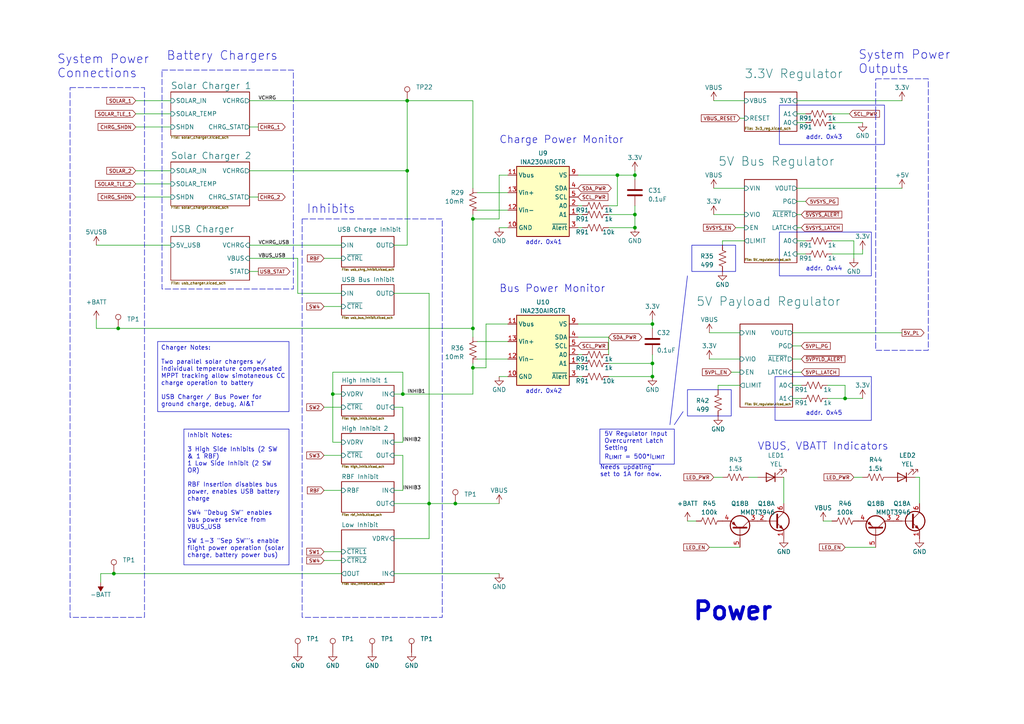
<source format=kicad_sch>
(kicad_sch (version 20230121) (generator eeschema)
  (paper "A4")
  (title_block (title "PyCubed Mainboard") (date "2021-06-09") (rev "v05c") (company "Sierra Lobo INC."))
  (junction (at 137.16 95.25))
  (junction (at 137.16 106.68))
  (junction (at 34.29 95.25))
  (junction (at 33.02 166.37))
  (junction (at 179.07 50.8))
  (junction (at 118.11 49.53))
  (junction (at 184.15 50.8))
  (junction (at 96.52 114.3))
  (junction (at 116.84 114.3))
  (junction (at 124.46 146.05))
  (junction (at 137.16 63.5))
  (junction (at 132.08 146.05))
  (junction (at 184.15 62.23))
  (junction (at 189.23 109.22))
  (junction (at 245.11 115.57))
  (junction (at 189.23 105.41))
  (junction (at 118.11 29.21))
  (junction (at 184.15 66.04))
  (junction (at 189.23 93.98))
  (wire (pts (xy 184.15 62.23) (xy 184.15 59.69)))
  (wire (pts (xy 168.91 62.23) (xy 167.64 62.23)))
  (wire (pts (xy 231.14 54.61) (xy 261.62 54.61)))
  (wire (pts (xy 137.16 62.23) (xy 137.16 63.5)))
  (wire (pts (xy 72.39 29.21) (xy 118.11 29.21)))
  (wire (pts (xy 118.11 29.21) (xy 118.11 49.53)))
  (wire (pts (xy 168.91 59.69) (xy 167.64 59.69)))
  (wire (pts (xy 86.36 85.09) (xy 86.36 74.93)))
  (wire (pts (xy 208.28 113.03) (xy 208.28 111.76)))
  (wire (pts (xy 138.43 60.96) (xy 147.32 60.96)))
  (wire (pts (xy 93.98 132.08) (xy 99.06 132.08)))
  (wire (pts (xy 265.43 138.43) (xy 266.7 138.43)))
  (wire (pts (xy 137.16 106.68) (xy 137.16 114.3)))
  (wire (pts (xy 233.68 69.85) (xy 231.14 69.85)))
  (wire (pts (xy 233.68 35.56) (xy 231.14 35.56)))
  (wire (pts (xy 93.98 88.9) (xy 99.06 88.9)))
  (polyline (pts (xy 195.58 123.19) (xy 198.12 119.38)))
  (wire (pts (xy 114.3 71.12) (xy 118.11 71.12)))
  (wire (pts (xy 72.39 36.83) (xy 74.93 36.83)))
  (wire (pts (xy 189.23 105.41) (xy 189.23 109.22)))
  (wire (pts (xy 247.65 138.43) (xy 250.19 138.43)))
  (wire (pts (xy 233.68 33.02) (xy 231.14 33.02)))
  (wire (pts (xy 209.55 69.85) (xy 209.55 71.12)))
  (wire (pts (xy 184.15 50.8) (xy 184.15 52.07)))
  (wire (pts (xy 184.15 50.8) (xy 179.07 50.8)))
  (wire (pts (xy 176.53 62.23) (xy 184.15 62.23)))
  (polyline (pts (xy 194.31 123.19) (xy 199.39 80.01)))
  (wire (pts (xy 27.94 95.25) (xy 34.29 95.25)))
  (wire (pts (xy 147.32 93.98) (xy 140.97 93.98)))
  (wire (pts (xy 96.52 114.3) (xy 96.52 107.95)))
  (wire (pts (xy 93.98 160.02) (xy 99.06 160.02)))
  (wire (pts (xy 99.06 85.09) (xy 86.36 85.09)))
  (wire (pts (xy 205.74 158.75) (xy 214.63 158.75)))
  (wire (pts (xy 116.84 128.27) (xy 114.3 128.27)))
  (wire (pts (xy 72.39 78.74) (xy 74.93 78.74)))
  (wire (pts (xy 29.21 166.37) (xy 29.21 168.91)))
  (wire (pts (xy 144.78 66.04) (xy 147.32 66.04)))
  (wire (pts (xy 214.63 34.29) (xy 215.9 34.29)))
  (wire (pts (xy 116.84 107.95) (xy 116.84 114.3)))
  (wire (pts (xy 217.17 138.43) (xy 219.71 138.43)))
  (wire (pts (xy 116.84 142.24) (xy 114.3 142.24)))
  (wire (pts (xy 93.98 118.11) (xy 99.06 118.11)))
  (wire (pts (xy 245.11 115.57) (xy 245.11 111.76)))
  (wire (pts (xy 199.39 151.13) (xy 201.93 151.13)))
  (wire (pts (xy 246.38 33.02) (xy 241.3 33.02)))
  (wire (pts (xy 167.64 50.8) (xy 179.07 50.8)))
  (wire (pts (xy 72.39 57.15) (xy 74.93 57.15)))
  (wire (pts (xy 116.84 118.11) (xy 116.84 128.27)))
  (wire (pts (xy 93.98 74.93) (xy 99.06 74.93)))
  (wire (pts (xy 114.3 156.21) (xy 124.46 156.21)))
  (wire (pts (xy 114.3 114.3) (xy 116.84 114.3)))
  (wire (pts (xy 245.11 158.75) (xy 254 158.75)))
  (wire (pts (xy 39.37 57.15) (xy 49.53 57.15)))
  (wire (pts (xy 39.37 49.53) (xy 49.53 49.53)))
  (wire (pts (xy 137.16 95.25) (xy 137.16 97.79)))
  (wire (pts (xy 240.03 111.76) (xy 245.11 111.76)))
  (wire (pts (xy 34.29 95.25) (xy 137.16 95.25)))
  (wire (pts (xy 231.14 73.66) (xy 233.68 73.66)))
  (wire (pts (xy 72.39 71.12) (xy 99.06 71.12)))
  (wire (pts (xy 189.23 92.71) (xy 189.23 93.98)))
  (wire (pts (xy 266.7 138.43) (xy 266.7 146.05)))
  (wire (pts (xy 231.14 29.21) (xy 261.62 29.21)))
  (wire (pts (xy 144.78 50.8) (xy 144.78 63.5)))
  (wire (pts (xy 96.52 107.95) (xy 116.84 107.95)))
  (wire (pts (xy 140.97 93.98) (xy 140.97 106.68)))
  (wire (pts (xy 33.02 166.37) (xy 29.21 166.37)))
  (wire (pts (xy 250.19 72.39) (xy 250.19 73.66)))
  (wire (pts (xy 138.43 99.06) (xy 147.32 99.06)))
  (wire (pts (xy 205.74 104.14) (xy 214.63 104.14)))
  (wire (pts (xy 176.53 97.79) (xy 167.64 97.79)))
  (wire (pts (xy 93.98 142.24) (xy 99.06 142.24)))
  (wire (pts (xy 176.53 109.22) (xy 189.23 109.22)))
  (wire (pts (xy 229.87 111.76) (xy 232.41 111.76)))
  (wire (pts (xy 212.09 107.95) (xy 214.63 107.95)))
  (wire (pts (xy 168.91 102.87) (xy 167.64 102.87)))
  (wire (pts (xy 116.84 114.3) (xy 137.16 114.3)))
  (wire (pts (xy 114.3 166.37) (xy 144.78 166.37)))
  (wire (pts (xy 27.94 71.12) (xy 49.53 71.12)))
  (wire (pts (xy 231.14 58.42) (xy 233.68 58.42)))
  (wire (pts (xy 229.87 107.95) (xy 232.41 107.95)))
  (wire (pts (xy 231.14 66.04) (xy 232.41 66.04)))
  (wire (pts (xy 168.91 109.22) (xy 167.64 109.22)))
  (wire (pts (xy 168.91 105.41) (xy 167.64 105.41)))
  (wire (pts (xy 247.65 69.85) (xy 247.65 74.93)))
  (wire (pts (xy 27.94 95.25) (xy 27.94 92.71)))
  (wire (pts (xy 118.11 49.53) (xy 118.11 71.12)))
  (wire (pts (xy 179.07 59.69) (xy 179.07 50.8)))
  (wire (pts (xy 240.03 115.57) (xy 245.11 115.57)))
  (wire (pts (xy 147.32 50.8) (xy 144.78 50.8)))
  (wire (pts (xy 213.36 66.04) (xy 215.9 66.04)))
  (wire (pts (xy 208.28 111.76) (xy 214.63 111.76)))
  (wire (pts (xy 114.3 85.09) (xy 124.46 85.09)))
  (wire (pts (xy 231.14 62.23) (xy 232.41 62.23)))
  (wire (pts (xy 96.52 128.27) (xy 99.06 128.27)))
  (wire (pts (xy 207.01 138.43) (xy 209.55 138.43)))
  (wire (pts (xy 184.15 66.04) (xy 184.15 62.23)))
  (wire (pts (xy 138.43 104.14) (xy 147.32 104.14)))
  (wire (pts (xy 137.16 105.41) (xy 137.16 106.68)))
  (wire (pts (xy 39.37 36.83) (xy 49.53 36.83)))
  (wire (pts (xy 124.46 146.05) (xy 124.46 156.21)))
  (wire (pts (xy 137.16 106.68) (xy 140.97 106.68)))
  (wire (pts (xy 167.64 93.98) (xy 189.23 93.98)))
  (wire (pts (xy 184.15 49.53) (xy 184.15 50.8)))
  (wire (pts (xy 167.64 66.04) (xy 168.91 66.04)))
  (wire (pts (xy 205.74 96.52) (xy 214.63 96.52)))
  (wire (pts (xy 241.3 69.85) (xy 247.65 69.85)))
  (wire (pts (xy 229.87 96.52) (xy 261.62 96.52)))
  (wire (pts (xy 138.43 55.88) (xy 147.32 55.88)))
  (wire (pts (xy 96.52 114.3) (xy 96.52 128.27)))
  (wire (pts (xy 39.37 33.02) (xy 49.53 33.02)))
  (wire (pts (xy 124.46 85.09) (xy 124.46 146.05)))
  (wire (pts (xy 39.37 53.34) (xy 49.53 53.34)))
  (wire (pts (xy 114.3 118.11) (xy 116.84 118.11)))
  (wire (pts (xy 245.11 115.57) (xy 250.19 115.57)))
  (wire (pts (xy 241.3 35.56) (xy 250.19 35.56)))
  (wire (pts (xy 229.87 104.14) (xy 232.41 104.14)))
  (wire (pts (xy 176.53 105.41) (xy 189.23 105.41)))
  (wire (pts (xy 189.23 93.98) (xy 189.23 95.25)))
  (wire (pts (xy 33.02 166.37) (xy 99.06 166.37)))
  (wire (pts (xy 137.16 29.21) (xy 137.16 54.61)))
  (wire (pts (xy 93.98 162.56) (xy 99.06 162.56)))
  (wire (pts (xy 144.78 109.22) (xy 147.32 109.22)))
  (wire (pts (xy 137.16 63.5) (xy 144.78 63.5)))
  (wire (pts (xy 207.01 54.61) (xy 215.9 54.61)))
  (wire (pts (xy 209.55 69.85) (xy 215.9 69.85)))
  (wire (pts (xy 229.87 100.33) (xy 232.41 100.33)))
  (wire (pts (xy 207.01 29.21) (xy 215.9 29.21)))
  (wire (pts (xy 176.53 59.69) (xy 179.07 59.69)))
  (wire (pts (xy 137.16 63.5) (xy 137.16 95.25)))
  (wire (pts (xy 118.11 29.21) (xy 137.16 29.21)))
  (wire (pts (xy 114.3 132.08) (xy 116.84 132.08)))
  (wire (pts (xy 176.53 97.79) (xy 176.53 102.87)))
  (wire (pts (xy 114.3 146.05) (xy 124.46 146.05)))
  (wire (pts (xy 96.52 114.3) (xy 99.06 114.3)))
  (wire (pts (xy 124.46 146.05) (xy 132.08 146.05)))
  (wire (pts (xy 189.23 105.41) (xy 189.23 102.87)))
  (wire (pts (xy 72.39 74.93) (xy 86.36 74.93)))
  (wire (pts (xy 176.53 66.04) (xy 184.15 66.04)))
  (wire (pts (xy 227.33 138.43) (xy 227.33 146.05)))
  (wire (pts (xy 241.3 73.66) (xy 250.19 73.66)))
  (wire (pts (xy 72.39 49.53) (xy 118.11 49.53)))
  (wire (pts (xy 39.37 29.21) (xy 49.53 29.21)))
  (wire (pts (xy 132.08 146.05) (xy 144.78 146.05)))
  (wire (pts (xy 238.76 151.13) (xy 241.3 151.13)))
  (wire (pts (xy 229.87 115.57) (xy 232.41 115.57)))
  (wire (pts (xy 207.01 62.23) (xy 215.9 62.23)))
  (wire (pts (xy 116.84 132.08) (xy 116.84 142.24)))
  (rectangle (start 173.99 124.46) (end 195.58 134.62))
  (rectangle (start 20.32 25.4) (end 41.91 179.07) (stroke (width 0) (type dash)))
  (rectangle (start 87.63 63.5) (end 128.27 179.07) (stroke (width 0) (type dash)))
  (rectangle (start 199.39 113.03) (end 212.09 120.65))
  (rectangle (start 46.99 20.32) (end 85.09 83.82) (stroke (width 0) (type dash)))
  (rectangle (start 254 22.86) (end 269.24 101.6) (stroke (width 0) (type dash)))
  (rectangle (start 200.66 71.12) (end 213.36 78.74))
  (rectangle (start 224.79 109.22) (end 252.73 121.92))
  (rectangle (start 226.06 30.48) (end 256.54 41.91))
  (rectangle (start 226.06 67.31) (end 252.73 80.01))
  (text_box "Charger Notes:\n\nTwo parallel solar chargers w/ individual temperature compensated MPPT tracking allow simotaneous CC charge operation to battery\n\nUSB Charger / Bus Power for ground charge, debug, AI&T" (at 45.72 99.06 0) (size 38.1 20.32) (effects (font (size 1.27 1.27)) (justify left top)))
  (text_box "Inhibit Notes:\n\n3 High Side Inhibits (2 SW & 1 RBF)\n1 Low Side Inhibit (2 SW OR)\n\nRBF Insertion disables bus power, enables USB battery charge\n\nSW4 \"Debug SW\" enables bus power service from VBUS_USB\n\nSW 1-3 \"Sep SW\"'s enable flight power operation (solar charge, battery power bus)" (at 53.34 124.46 0) (size 30.48 39.37) (effects (font (size 1.27 1.27)) (justify left top)))
  (text "System Power \nConnections" (at 16.51 22.86 0) (effects (font (size 2.54 2.54)) (justify left bottom)))
  (text "Bus Power Monitor" (at 144.78 85.09 0) (effects (font (size 2.159 2.159)) (justify left bottom)))
  (text "Inhibits" (at 88.9 62.23 0) (effects (font (size 2.54 2.54)) (justify left bottom)))
  (text "addr. 0x45" (at 233.68 120.65 0) (effects (font (size 1.27 1.27)) (justify left bottom)))
  (text "Needs updating^\nset to 1A for now." (at 173.99 138.43 0) (effects (font (size 1.27 1.27)) (justify left bottom)))
  (text "Power" (at 200.66 180.34 0) (effects (font (size 5.08 5.08) (thickness 1.016) bold) (justify left bottom)))
  (text "addr. 0x42" (at 152.4 114.3 0) (effects (font (size 1.27 1.27)) (justify left bottom)))
  (text "System Power \nOutputs" (at 248.92 21.59 0) (effects (font (size 2.54 2.54)) (justify left bottom)))
  (text "Charge Power Monitor" (at 144.78 41.91 0) (effects (font (size 2.159 2.159)) (justify left bottom)))
  (text "Battery Chargers" (at 48.26 17.78 0) (effects (font (size 2.54 2.54)) (justify left bottom)))
  (text "addr. 0x43" (at 233.68 40.64 0) (effects (font (size 1.27 1.27)) (justify left bottom)))
  (text "5V Regulator Input \nOvercurrent Latch \nSetting" (at 175.26 130.81 0) (effects (font (size 1.27 1.27)) (justify left bottom)))
  (text "R_{LIMIT} = 500*I_{LIMIT}" (at 175.26 133.35 0) (effects (font (size 1.27 1.27)) (justify left bottom)))
  (text "addr. 0x41" (at 152.4 71.12 0) (effects (font (size 1.27 1.27)) (justify left bottom)))
  (text "addr. 0x44" (at 233.68 78.74 0) (effects (font (size 1.27 1.27)) (justify left bottom)))
  (text "VBUS, VBATT Indicators" (at 219.71 130.81 0) (effects (font (size 2.159 2.159)) (justify left bottom)))
  (label "VCHRG" (at 74.93 29.21 0) (effects (font (size 1.016 1.016))))
  (label "INHIB2" (at 116.84 128.27 0) (effects (font (size 1.016 1.016))))
  (label "INHIB3" (at 116.84 142.24 0) (effects (font (size 1.016 1.016))))
  (label "VBUS_USB" (at 74.93 74.93 0) (effects (font (size 1.016 1.016))))
  (label "VCHRG_USB" (at 74.93 71.12 0) (effects (font (size 1.016 1.016))))
  (label "INHIB1" (at 118.11 114.3 0) (effects (font (size 1.016 1.016))))
  (global_label "5VPL_PG" (shape input) (at 232.41 100.33 0) (effects (font (size 1.016 1.016))) (property "Intersheetrefs" "${INTERSHEET_REFS}" (effects hide)))
  (global_label "CHRG_1" (shape output) (at 74.93 36.83 0) (effects (font (size 1.016 1.016))) (property "Intersheetrefs" "${INTERSHEET_REFS}" (effects hide)))
  (global_label "SCL_PWR" (shape input) (at 246.38 33.02 0) (effects (font (size 1.016 1.016))) (property "Intersheetrefs" "${INTERSHEET_REFS}" (effects hide)))
  (global_label "5VPL_LATCH" (shape input) (at 232.41 107.95 0) (effects (font (size 1.016 1.016))) (property "Intersheetrefs" "${INTERSHEET_REFS}" (effects hide)))
  (global_label "RBF" (shape input) (at 93.98 74.93 180) (effects (font (size 1.016 1.016))) (property "Intersheetrefs" "${INTERSHEET_REFS}" (effects hide)))
  (global_label "SW4" (shape input) (at 93.98 88.9 180) (effects (font (size 1.016 1.016))) (property "Intersheetrefs" "${INTERSHEET_REFS}" (effects hide)))
  (global_label "~{5VPYLD_ALERT}" (shape input) (at 232.41 104.14 0) (effects (font (size 1.016 1.016))) (property "Intersheetrefs" "${INTERSHEET_REFS}" (effects hide)))
  (global_label "SOLAR_1" (shape input) (at 39.37 29.21 180) (effects (font (size 1.016 1.016))) (property "Intersheetrefs" "${INTERSHEET_REFS}" (effects hide)))
  (global_label "USB_STAT" (shape output) (at 74.93 78.74 0) (effects (font (size 1.016 1.016))) (property "Intersheetrefs" "${INTERSHEET_REFS}" (effects hide)))
  (global_label "5VPL_EN" (shape input) (at 212.09 107.95 180) (effects (font (size 1.016 1.016))) (property "Intersheetrefs" "${INTERSHEET_REFS}" (effects hide)))
  (global_label "SDA_PWR" (shape bidirectional) (at 176.53 97.79 0) (effects (font (size 1.016 1.016))) (property "Intersheetrefs" "${INTERSHEET_REFS}" (effects hide)))
  (global_label "5VSYS_LATCH" (shape input) (at 232.41 66.04 0) (effects (font (size 1.016 1.016))) (property "Intersheetrefs" "${INTERSHEET_REFS}" (effects hide)))
  (global_label "5VSYS_EN" (shape input) (at 213.36 66.04 180) (effects (font (size 1.016 1.016))) (property "Intersheetrefs" "${INTERSHEET_REFS}" (effects hide)))
  (global_label "~{5VSYS_ALERT}" (shape input) (at 232.41 62.23 0) (effects (font (size 1.016 1.016))) (property "Intersheetrefs" "${INTERSHEET_REFS}" (effects hide)))
  (global_label "SW1" (shape input) (at 93.98 160.02 180) (effects (font (size 1.016 1.016))) (property "Intersheetrefs" "${INTERSHEET_REFS}" (effects hide)))
  (global_label "LED_EN" (shape input) (at 245.11 158.75 180) (effects (font (size 1.016 1.016))) (property "Intersheetrefs" "${INTERSHEET_REFS}" (effects hide)))
  (global_label "VBUS_RESET" (shape input) (at 214.63 34.29 180) (effects (font (size 1.016 1.016))) (property "Intersheetrefs" "${INTERSHEET_REFS}" (effects hide)))
  (global_label "CHRG_SHDN" (shape input) (at 39.37 36.83 180) (effects (font (size 1.016 1.016))) (property "Intersheetrefs" "${INTERSHEET_REFS}" (effects hide)))
  (global_label "SOLAR_2" (shape input) (at 39.37 49.53 180) (effects (font (size 1.016 1.016))) (property "Intersheetrefs" "${INTERSHEET_REFS}" (effects hide)))
  (global_label "SW2" (shape input) (at 93.98 118.11 180) (effects (font (size 1.016 1.016))) (property "Intersheetrefs" "${INTERSHEET_REFS}" (effects hide)))
  (global_label "SW4" (shape input) (at 93.98 162.56 180) (effects (font (size 1.016 1.016))) (property "Intersheetrefs" "${INTERSHEET_REFS}" (effects hide)))
  (global_label "SCL_PWR" (shape input) (at 167.64 100.33 0) (effects (font (size 1.016 1.016))) (property "Intersheetrefs" "${INTERSHEET_REFS}" (effects hide)))
  (global_label "LED_EN" (shape input) (at 205.74 158.75 180) (effects (font (size 1.016 1.016))) (property "Intersheetrefs" "${INTERSHEET_REFS}" (effects hide)))
  (global_label "5V_PL" (shape output) (at 261.62 96.52 0) (effects (font (size 1.016 1.016))) (property "Intersheetrefs" "${INTERSHEET_REFS}" (effects hide)))
  (global_label "CHRG_2" (shape output) (at 74.93 57.15 0) (effects (font (size 1.016 1.016))) (property "Intersheetrefs" "${INTERSHEET_REFS}" (effects hide)))
  (global_label "SCL_PWR" (shape input) (at 167.64 57.15 0) (effects (font (size 1.016 1.016))) (property "Intersheetrefs" "${INTERSHEET_REFS}" (effects hide)))
  (global_label "LED_PWR" (shape input) (at 247.65 138.43 180) (effects (font (size 1.016 1.016))) (property "Intersheetrefs" "${INTERSHEET_REFS}" (effects hide)))
  (global_label "SW3" (shape input) (at 93.98 132.08 180) (effects (font (size 1.016 1.016))) (property "Intersheetrefs" "${INTERSHEET_REFS}" (effects hide)))
  (global_label "SOLAR_TLE_1" (shape input) (at 39.37 33.02 180) (effects (font (size 1.016 1.016))) (property "Intersheetrefs" "${INTERSHEET_REFS}" (effects hide)))
  (global_label "5VSYS_PG" (shape input) (at 233.68 58.42 0) (effects (font (size 1.016 1.016))) (property "Intersheetrefs" "${INTERSHEET_REFS}" (effects hide)))
  (global_label "SOLAR_TLE_2" (shape input) (at 39.37 53.34 180) (effects (font (size 1.016 1.016))) (property "Intersheetrefs" "${INTERSHEET_REFS}" (effects hide)))
  (global_label "CHRG_SHDN" (shape input) (at 39.37 57.15 180) (effects (font (size 1.016 1.016))) (property "Intersheetrefs" "${INTERSHEET_REFS}" (effects hide)))
  (global_label "RBF" (shape input) (at 93.98 142.24 180) (effects (font (size 1.016 1.016))) (property "Intersheetrefs" "${INTERSHEET_REFS}" (effects hide)))
  (global_label "LED_PWR" (shape input) (at 207.01 138.43 180) (effects (font (size 1.016 1.016))) (property "Intersheetrefs" "${INTERSHEET_REFS}" (effects hide)))
  (global_label "SDA_PWR" (shape bidirectional) (at 167.64 54.61 0) (effects (font (size 1.016 1.016))) (property "Intersheetrefs" "${INTERSHEET_REFS}" (effects hide)))
  (symbol (lib_id "SierraLobo:R_US_SENSE") (at 137.16 101.6 0) (mirror x) (unit 1)
    (property "Reference" "R36" (at 134.62 100.965 0) (effects (justify right)))
    (property "Value" "10mR" (at 134.62 103.505 0) (effects (justify right)))
    (property "Footprint" "SierraLobo:KRL3216" (effects hide))
    (property "Mfr. Part No" "KRL3216T4A-M-R010-F-T1" (effects hide))
    (property "Manufacturer" "Susumu" (effects hide))
    (property "Description" "RES 0.01 OHM 1W 1206 WIDE" (effects hide))
  )
  (symbol (lib_id "Transistor_BJT:MMDT3946") (at 214.63 153.67 270) (mirror x) (unit 2)
    (property "Reference" "Q18" (at 214.63 146.05 90))
    (property "Value" "MMDT3946" (effects hide))
    (property "Footprint" "Package_TO_SOT_SMD:SOT-363_SC-70-6" (effects hide))
    (property "Datasheet" "http://www.diodes.com/_files/datasheets/ds30123.pdf" (effects hide))
    (property "Mfr. Part No" "MMDT3946-7-F" (effects hide))
    (property "Manufacturer" "Diodes Incorporated" (effects hide))
    (property "Description" "TRANS NPN/PNP 40V 0.2A SOT363" (effects hide))
    (instances (project "mainboard" (path "" (reference "Q18") (unit 2)) (path "" (reference "Q21") (unit 2)) (path "" (reference "Q76") (unit 2)) (path "" (reference "Q12") (unit 2)) (path "" (reference "Q1") (unit 2))))
  )
  (symbol (lib_id "Device:R_US") (at 172.72 59.69 270) (unit 1)
    (property "Reference" "R91" (at 168.91 60.96 90))
    (property "Value" "1k" (at 176.53 60.96 90))
    (property "Footprint" "Resistor_SMD:R_0402_1005Metric" (effects hide))
    (property "Mfr. Part No" "ERJ-2GEJ102X" (effects hide))
    (property "Manufacturer" "Panasonic" (effects hide))
    (property "Description" "RES SMD 1K OHM 5% 1/10W 0402" (effects hide))
    (instances (project "mainboard" (path "" (reference "R91") (unit 1)) (path "" (reference "R217") (unit 1)) (path "" (reference "R172") (unit 1)) (path "" (reference "R177") (unit 1)) (path "" (reference "R212") (unit 1)) (path "" (reference "R30") (unit 1))))
  )
  (symbol (lib_id "power:GND") (at 144.78 109.22 0) (unit 1)
    (property "Reference" "#PWR061" (effects hide))
    (property "Value" "GND" (at 144.78 113.03 0))
  )
  (symbol (lib_id "power:GND") (at 209.55 78.74 0) (unit 1)
    (property "Reference" "#PWR058" (effects hide))
    (property "Value" "GND" (at 209.55 82.55 0))
  )
  (symbol (lib_id "mainboard:3.3V") (at 205.74 104.14 0) (unit 1)
    (property "Reference" "#SUPPLY022" (effects hide))
    (property "Value" "3.3V" (at 205.74 100.33 0))
    (instances (project "mainboard" (path "" (reference "#SUPPLY022") (unit 1)) (path "" (reference "#SUPPLY030") (unit 1))))
  )
  (symbol (lib_id "SierraLobo:R_US_SENSE") (at 137.16 58.42 0) (mirror x) (unit 1)
    (property "Reference" "R29" (at 134.62 55.88 0) (effects (justify right)))
    (property "Value" "10mR" (at 134.62 58.42 0) (effects (justify right)))
    (property "Footprint" "SierraLobo:KRL3216" (effects hide))
    (property "Mfr. Part No" "KRL3216T4A-M-R010-F-T1" (effects hide))
    (property "Manufacturer" "Susumu" (effects hide))
    (property "Description" "RES 0.01 OHM 1W 1206 WIDE" (effects hide))
    (instances (project "mainboard" (path "" (reference "R29") (unit 1)) (path "" (reference "R31") (unit 1))))
  )
  (symbol (lib_id "power:GND") (at 247.65 74.93 0) (unit 1)
    (property "Reference" "#PWR057" (effects hide))
    (property "Value" "GND" (at 247.65 78.74 0))
  )
  (symbol (lib_id "Connector:TestPoint") (at 132.08 146.05 0) (mirror y) (unit 1)
    (property "Reference" "TP1" (at 134.62 143.383 0) (effects (justify right)))
    (property "Value" "RCU-0C" (effects hide))
    (property "Footprint" "SierraLobo:TestPoint_TE_RCU_0603" (effects hide))
    (property "Datasheet" "https://www.digikey.com/en/products/detail/te-connectivity-amp-connectors/RCU-0C/2366048" (effects hide))
    (property "Manufacturer" "TE" (effects hide))
    (property "Mfr. Part No" "RCU-0C" (effects hide))
    (property "Description" "PC TEST POINT NATURAL 0603" (effects hide))
    (instances (project "mainboard" (path "" (reference "TP1") (unit 1)) (path "" (reference "TP2") (unit 1)) (path "" (reference "TP11") (unit 1))))
  )
  (symbol (lib_id "mainboard:3.3V") (at 189.23 92.71 0) (unit 1)
    (property "Reference" "#SUPPLY022" (effects hide))
    (property "Value" "3.3V" (at 189.23 88.9 0))
    (instances (project "mainboard" (path "" (reference "#SUPPLY022") (unit 1)) (path "" (reference "#SUPPLY029") (unit 1))))
  )
  (symbol (lib_id "Device:C") (at 184.15 55.88 0) (unit 1)
    (property "Reference" "C31" (at 187.96 55.245 0) (effects (justify left)))
    (property "Value" "0.1uF" (at 187.96 57.785 0) (effects (justify left)))
    (property "Footprint" "Capacitor_SMD:C_0402_1005Metric" (effects hide))
    (property "Mfr. Part No" "CGA2B3X7R1H104K050BE" (effects hide))
    (property "Manufacturer" "TDK" (effects hide))
    (property "Description" "CAP CER 0.1UF 50V X7R 0402" (effects hide))
  )
  (symbol (lib_id "Device:R_US") (at 237.49 69.85 270) (unit 1)
    (property "Reference" "R91" (at 233.68 71.12 90))
    (property "Value" "1k" (at 241.3 71.12 90))
    (property "Footprint" "Resistor_SMD:R_0402_1005Metric" (effects hide))
    (property "Mfr. Part No" "ERJ-2GEJ102X" (effects hide))
    (property "Manufacturer" "Panasonic" (effects hide))
    (property "Description" "RES SMD 1K OHM 5% 1/10W 0402" (effects hide))
    (instances (project "mainboard" (path "" (reference "R91") (unit 1)) (path "" (reference "R217") (unit 1)) (path "" (reference "R172") (unit 1)) (path "" (reference "R177") (unit 1)) (path "" (reference "R212") (unit 1)) (path "" (reference "R33") (unit 1))))
  )
  (symbol (lib_id "Device:R_US") (at 172.72 66.04 270) (unit 1)
    (property "Reference" "R91" (at 168.91 67.31 90))
    (property "Value" "10k" (at 176.53 67.31 90))
    (property "Footprint" "Resistor_SMD:R_0402_1005Metric" (effects hide))
    (property "Mfr. Part No" "RMCF0402FT10K0" (effects hide))
    (property "Manufacturer" "Stackpole Electronics" (effects hide))
    (property "Description" "RES 10K OHM 1% 1/16W 0402" (effects hide))
    (instances (project "mainboard" (path "" (reference "R91") (unit 1)) (path "" (reference "R217") (unit 1)) (path "" (reference "R172") (unit 1)) (path "" (reference "R177") (unit 1)) (path "" (reference "R212") (unit 1)) (path "" (reference "R32") (unit 1))))
  )
  (symbol (lib_id "mainboard:3.3V") (at 184.15 49.53 0) (unit 1)
    (property "Reference" "#SUPPLY022" (effects hide))
    (property "Value" "3.3V" (at 184.15 45.72 0))
    (instances (project "mainboard" (path "" (reference "#SUPPLY022") (unit 1)) (path "" (reference "#SUPPLY026") (unit 1))))
  )
  (symbol (lib_id "power:+5V") (at 261.62 54.61 0) (unit 1)
    (property "Reference" "#PWR053" (effects hide))
    (property "Value" "+5V" (at 261.62 50.8 0))
  )
  (symbol (lib_id "Transistor_BJT:MMDT3946") (at 254 153.67 270) (mirror x) (unit 2)
    (property "Reference" "Q18" (at 254 146.05 90))
    (property "Value" "MMDT3946" (effects hide))
    (property "Footprint" "Package_TO_SOT_SMD:SOT-363_SC-70-6" (effects hide))
    (property "Datasheet" "http://www.diodes.com/_files/datasheets/ds30123.pdf" (effects hide))
    (property "Mfr. Part No" "MMDT3946-7-F" (effects hide))
    (property "Manufacturer" "Diodes Incorporated" (effects hide))
    (property "Description" "TRANS NPN/PNP 40V 0.2A SOT363" (effects hide))
    (instances (project "mainboard" (path "" (reference "Q18") (unit 2)) (path "" (reference "Q21") (unit 2)) (path "" (reference "Q76") (unit 2)) (path "" (reference "Q12") (unit 2)) (path "" (reference "Q2") (unit 2))))
  )
  (symbol (lib_id "mainboard:3.3V") (at 207.01 62.23 0) (unit 1)
    (property "Reference" "#SUPPLY022" (effects hide))
    (property "Value" "3.3V" (at 207.01 58.42 0))
    (instances (project "mainboard" (path "" (reference "#SUPPLY022") (unit 1)) (path "" (reference "#SUPPLY027") (unit 1))))
  )
  (symbol (lib_id "Device:C") (at 189.23 99.06 0) (unit 1)
    (property "Reference" "C32" (at 190.5 96.52 0) (effects (justify left)))
    (property "Value" "0.1uF" (at 190.5 101.6 0) (effects (justify left)))
    (property "Footprint" "Capacitor_SMD:C_0402_1005Metric" (effects hide))
    (property "Mfr. Part No" "CGA2B3X7R1H104K050BE" (effects hide))
    (property "Manufacturer" "TDK" (effects hide))
    (property "Description" "CAP CER 0.1UF 50V X7R 0402" (effects hide))
  )
  (symbol (lib_id "power:+BATT") (at 27.94 92.71 0) (unit 1)
    (property "Reference" "#PWR059" (effects hide))
    (property "Value" "+BATT" (at 27.94 87.63 0))
  )
  (symbol (lib_id "power:GND") (at 227.33 156.21 0) (unit 1)
    (property "Reference" "#PWR067" (effects hide))
    (property "Value" "GND" (at 227.33 160.02 0))
    (instances (project "mainboard" (path "" (reference "#PWR067") (unit 1)) (path "" (reference "#PWR0187") (unit 1)) (path "" (reference "#PWR072") (unit 1))))
  )
  (symbol (lib_id "Device:LED") (at 223.52 138.43 180) (unit 1)
    (property "Reference" "LED1" (at 225.1075 132.08 0))
    (property "Value" "YEL" (at 225.1075 134.62 0))
    (property "Footprint" "LED_SMD:LED_0402_1005Metric" (effects hide))
    (property "Mfr. Part No" "APHHS1005LSYCK/J3-PF" (effects hide))
    (property "Manufacturer" "Kingbright" (effects hide))
    (property "Description" "LED YELLOW CLEAR 2SMD" (effects hide))
    (instances (project "mainboard" (path "" (reference "LED1") (unit 1)) (path "" (reference "D19") (unit 1))))
  )
  (symbol (lib_id "Connector:TestPoint") (at 96.52 189.23 0) (mirror y) (unit 1)
    (property "Reference" "TP1" (at 99.06 185.293 0) (effects (justify right)))
    (property "Value" "5027" (effects hide))
    (property "Footprint" "SierraLobo:Keystone_5027" (effects hide))
    (property "Manufacturer" "Keystone" (effects hide))
    (property "Mfr. Part No" "5027" (effects hide))
    (property "Description" "PC TEST POINT MINIATURE" (effects hide))
    (instances (project "mainboard" (path "" (reference "TP1") (unit 1)) (path "" (reference "TP2") (unit 1)) (path "" (reference "TP14") (unit 1))))
  )
  (symbol (lib_id "Device:R_US") (at 237.49 73.66 270) (unit 1)
    (property "Reference" "R91" (at 233.68 74.93 90))
    (property "Value" "1k" (at 241.3 74.93 90))
    (property "Footprint" "Resistor_SMD:R_0402_1005Metric" (effects hide))
    (property "Mfr. Part No" "ERJ-2GEJ102X" (effects hide))
    (property "Manufacturer" "Panasonic" (effects hide))
    (property "Description" "RES SMD 1K OHM 5% 1/10W 0402" (effects hide))
    (instances (project "mainboard" (path "" (reference "R91") (unit 1)) (path "" (reference "R217") (unit 1)) (path "" (reference "R172") (unit 1)) (path "" (reference "R177") (unit 1)) (path "" (reference "R212") (unit 1)) (path "" (reference "R34") (unit 1))))
  )
  (symbol (lib_id "Device:R_US") (at 236.22 115.57 270) (unit 1)
    (property "Reference" "R91" (at 232.41 116.84 90))
    (property "Value" "1k" (at 240.03 116.84 90))
    (property "Footprint" "Resistor_SMD:R_0402_1005Metric" (effects hide))
    (property "Mfr. Part No" "ERJ-2GEJ102X" (effects hide))
    (property "Manufacturer" "Panasonic" (effects hide))
    (property "Description" "RES SMD 1K OHM 5% 1/10W 0402" (effects hide))
    (instances (project "mainboard" (path "" (reference "R91") (unit 1)) (path "" (reference "R217") (unit 1)) (path "" (reference "R172") (unit 1)) (path "" (reference "R177") (unit 1)) (path "" (reference "R212") (unit 1)) (path "" (reference "R41") (unit 1))))
  )
  (symbol (lib_id "Device:R_US") (at 172.72 105.41 270) (unit 1)
    (property "Reference" "R91" (at 168.91 106.68 90))
    (property "Value" "1k" (at 176.53 106.68 90))
    (property "Footprint" "Resistor_SMD:R_0402_1005Metric" (effects hide))
    (property "Mfr. Part No" "ERJ-2GEJ102X" (effects hide))
    (property "Manufacturer" "Panasonic" (effects hide))
    (property "Description" "RES SMD 1K OHM 5% 1/10W 0402" (effects hide))
    (instances (project "mainboard" (path "" (reference "R91") (unit 1)) (path "" (reference "R217") (unit 1)) (path "" (reference "R172") (unit 1)) (path "" (reference "R177") (unit 1)) (path "" (reference "R212") (unit 1)) (path "" (reference "R38") (unit 1))))
  )
  (symbol (lib_id "Device:R_US") (at 209.55 74.93 0) (unit 1)
    (property "Reference" "R35" (at 207.01 74.295 0) (effects (justify right)))
    (property "Value" "499" (at 207.01 76.835 0) (effects (justify right)))
    (property "Footprint" "Resistor_SMD:R_0603_1608Metric" (effects hide))
    (property "Mfr. Part No" "RMCF0603FT499R" (effects hide))
    (property "Manufacturer" "Stackpole Electronics" (effects hide))
    (property "Description" "RES 499 OHM 1% 1/10W 0603" (effects hide))
  )
  (symbol (lib_id "power:VBUS") (at 207.01 29.21 0) (unit 1)
    (property "Reference" "#PWR050" (effects hide))
    (property "Value" "VBUS" (at 207.01 25.4 0))
  )
  (symbol (lib_id "Device:R_US") (at 237.49 35.56 270) (unit 1)
    (property "Reference" "R91" (at 233.68 36.83 90))
    (property "Value" "1k" (at 241.3 36.83 90))
    (property "Footprint" "Resistor_SMD:R_0402_1005Metric" (effects hide))
    (property "Mfr. Part No" "ERJ-2GEJ102X" (effects hide))
    (property "Manufacturer" "Panasonic" (effects hide))
    (property "Description" "RES SMD 1K OHM 5% 1/10W 0402" (effects hide))
    (instances (project "mainboard" (path "" (reference "R91") (unit 1)) (path "" (reference "R217") (unit 1)) (path "" (reference "R172") (unit 1)) (path "" (reference "R177") (unit 1)) (path "" (reference "R212") (unit 1)) (path "" (reference "R28") (unit 1))))
  )
  (symbol (lib_id "power:GND") (at 266.7 156.21 0) (unit 1)
    (property "Reference" "#PWR068" (effects hide))
    (property "Value" "GND" (at 266.7 160.02 0))
    (instances (project "mainboard" (path "" (reference "#PWR068") (unit 1)) (path "" (reference "#PWR0187") (unit 1)) (path "" (reference "#PWR072") (unit 1))))
  )
  (symbol (lib_id "power:GND") (at 107.95 189.23 0) (unit 1)
    (property "Reference" "#PWR073" (effects hide))
    (property "Value" "GND" (at 107.95 193.04 0))
  )
  (symbol (lib_id "power:+BATT") (at 199.39 151.13 0) (unit 1)
    (property "Reference" "#PWR065" (effects hide))
    (property "Value" "+BATT" (at 199.39 146.05 0))
  )
  (symbol (lib_id "power:GND") (at 96.52 189.23 0) (unit 1)
    (property "Reference" "#PWR072" (effects hide))
    (property "Value" "GND" (at 96.52 193.04 0))
  )
  (symbol (lib_id "Device:R_US") (at 208.28 116.84 0) (mirror y) (unit 1)
    (property "Reference" "R42" (at 205.74 116.205 0) (effects (justify left)))
    (property "Value" "499" (at 205.74 118.745 0) (effects (justify left)))
    (property "Footprint" "Resistor_SMD:R_0603_1608Metric" (effects hide))
    (property "Mfr. Part No" "RMCF0603FT499R" (effects hide))
    (property "Manufacturer" "Stackpole Electronics" (effects hide))
    (property "Description" "RES 499 OHM 1% 1/10W 0603" (effects hide))
  )
  (symbol (lib_id "power:VBUS") (at 238.76 151.13 0) (unit 1)
    (property "Reference" "#PWR066" (effects hide))
    (property "Value" "VBUS" (at 238.76 147.32 0))
  )
  (symbol (lib_id "Transistor_BJT:MMDT3946") (at 264.16 151.13 0) (unit 1)
    (property "Reference" "Q18" (at 259.08 146.05 0) (effects (justify left)))
    (property "Value" "MMDT3946" (at 254 148.59 0) (effects (justify left)))
    (property "Footprint" "Package_TO_SOT_SMD:SOT-363_SC-70-6" (effects hide))
    (property "Datasheet" "http://www.diodes.com/_files/datasheets/ds30123.pdf" (effects hide))
    (property "Mfr. Part No" "MMDT3946-7-F" (effects hide))
    (property "Manufacturer" "Diodes Incorporated" (effects hide))
    (property "Description" "TRANS NPN/PNP 40V 0.2A SOT363" (effects hide))
    (instances (project "mainboard" (path "" (reference "Q18") (unit 1)) (path "" (reference "Q21") (unit 1)) (path "" (reference "Q76") (unit 1)) (path "" (reference "Q12") (unit 1)) (path "" (reference "Q2") (unit 1))))
  )
  (symbol (lib_id "mainboard:3.3V") (at 250.19 115.57 0) (unit 1)
    (property "Reference" "#SUPPLY022" (effects hide))
    (property "Value" "3.3V" (at 250.19 111.76 0))
    (instances (project "mainboard" (path "" (reference "#SUPPLY022") (unit 1)) (path "" (reference "#SUPPLY031") (unit 1))))
  )
  (symbol (lib_id "Device:R_US") (at 245.11 151.13 270) (unit 1)
    (property "Reference" "R46" (at 245.11 146.05 90))
    (property "Value" "100k" (at 245.11 148.59 90))
    (property "Footprint" "Resistor_SMD:R_0402_1005Metric" (effects hide))
    (property "Mfr. Part No" "RMCF0402FT100K" (effects hide))
    (property "Manufacturer" "Stackpole Electronics" (effects hide))
    (property "Description" "RES 100K OHM 1% 1/16W 0402" (effects hide))
    (instances (project "mainboard" (path "" (reference "R46") (unit 1)) (path "" (reference "R39") (unit 1))))
  )
  (symbol (lib_id "Connector:TestPoint") (at 119.38 189.23 0) (mirror y) (unit 1)
    (property "Reference" "TP1" (at 121.92 185.293 0) (effects (justify right)))
    (property "Value" "5027" (effects hide))
    (property "Footprint" "SierraLobo:Keystone_5027" (effects hide))
    (property "Manufacturer" "Keystone" (effects hide))
    (property "Mfr. Part No" "5027" (effects hide))
    (property "Description" "PC TEST POINT MINIATURE" (effects hide))
    (instances (project "mainboard" (path "" (reference "TP1") (unit 1)) (path "" (reference "TP2") (unit 1)) (path "" (reference "TP16") (unit 1))))
  )
  (symbol (lib_id "power:VBUS") (at 205.74 96.52 0) (unit 1)
    (property "Reference" "#PWR060" (effects hide))
    (property "Value" "VBUS" (at 205.74 92.71 0))
  )
  (symbol (lib_id "Device:R_US") (at 172.72 109.22 270) (unit 1)
    (property "Reference" "R91" (at 168.91 110.49 90))
    (property "Value" "10k" (at 176.53 110.49 90))
    (property "Footprint" "Resistor_SMD:R_0402_1005Metric" (effects hide))
    (property "Mfr. Part No" "RMCF0402FT10K0" (effects hide))
    (property "Manufacturer" "Stackpole Electronics" (effects hide))
    (property "Description" "RES 10K OHM 1% 1/16W 0402" (effects hide))
    (instances (project "mainboard" (path "" (reference "R91") (unit 1)) (path "" (reference "R217") (unit 1)) (path "" (reference "R172") (unit 1)) (path "" (reference "R177") (unit 1)) (path "" (reference "R212") (unit 1)) (path "" (reference "R39") (unit 1))))
  )
  (symbol (lib_id "Transistor_BJT:MMDT3946") (at 224.79 151.13 0) (unit 1)
    (property "Reference" "Q18" (at 219.71 146.05 0) (effects (justify left)))
    (property "Value" "MMDT3946" (at 214.63 148.59 0) (effects (justify left)))
    (property "Footprint" "Package_TO_SOT_SMD:SOT-363_SC-70-6" (effects hide))
    (property "Datasheet" "http://www.diodes.com/_files/datasheets/ds30123.pdf" (effects hide))
    (property "Mfr. Part No" "MMDT3946-7-F" (effects hide))
    (property "Manufacturer" "Diodes Incorporated" (effects hide))
    (property "Description" "TRANS NPN/PNP 40V 0.2A SOT363" (effects hide))
    (instances (project "mainboard" (path "" (reference "Q18") (unit 1)) (path "" (reference "Q21") (unit 1)) (path "" (reference "Q76") (unit 1)) (path "" (reference "Q12") (unit 1)) (path "" (reference "Q1") (unit 1))))
  )
  (symbol (lib_id "power:-BATT") (at 29.21 168.91 0) (mirror x) (unit 1)
    (property "Reference" "#PWR070" (effects hide))
    (property "Value" "-BATT" (at 29.21 172.466 0))
  )
  (symbol (lib_id "power:GND") (at 144.78 166.37 0) (unit 1)
    (property "Reference" "#PWR069" (effects hide))
    (property "Value" "GND" (at 144.78 170.18 0))
  )
  (symbol (lib_id "Connector:TestPoint") (at 118.11 29.21 0) (mirror y) (unit 1)
    (property "Reference" "TP22" (at 120.65 25.273 0) (effects (justify right)))
    (property "Value" "RCU-0C" (effects hide))
    (property "Footprint" "SierraLobo:TestPoint_TE_RCU_0603" (effects hide))
    (property "Datasheet" "https://www.digikey.com/en/products/detail/te-connectivity-amp-connectors/RCU-0C/2366048" (effects hide))
    (property "Manufacturer" "TE" (effects hide))
    (property "Mfr. Part No" "RCU-0C" (effects hide))
    (property "Description" "PC TEST POINT NATURAL 0603" (effects hide))
    (instances (project "mainboard" (path "" (reference "TP22") (unit 1)) (path "" (reference "TP27") (unit 1)) (path "" (reference "TP9") (unit 1))))
  )
  (symbol (lib_id "power:GND") (at 86.36 189.23 0) (unit 1)
    (property "Reference" "#PWR071" (effects hide))
    (property "Value" "GND" (at 86.36 193.04 0))
  )
  (symbol (lib_id "SierraLobo:5VUSB") (at 27.94 71.12 0) (unit 1)
    (property "Reference" "#PWR021" (effects hide))
    (property "Value" "5VUSB" (at 27.94 67.31 0))
    (instances (project "mainboard" (path "" (reference "#PWR021") (unit 1)) (path "" (reference "#PWR0119") (unit 1)) (path "" (reference "#PWR056") (unit 1))))
  )
  (symbol (lib_id "Connector:TestPoint") (at 33.02 166.37 0) (mirror y) (unit 1)
    (property "Reference" "TP1" (at 35.56 162.433 0) (effects (justify right)))
    (property "Value" "5027" (effects hide))
    (property "Footprint" "SierraLobo:Keystone_5027" (effects hide))
    (property "Manufacturer" "Keystone" (effects hide))
    (property "Mfr. Part No" "5027" (effects hide))
    (property "Description" "PC TEST POINT MINIATURE" (effects hide))
    (instances (project "mainboard" (path "" (reference "TP1") (unit 1)) (path "" (reference "TP2") (unit 1)) (path "" (reference "TP12") (unit 1))))
  )
  (symbol (lib_id "power:GND") (at 184.15 66.04 0) (unit 1)
    (property "Reference" "#PWR055" (effects hide))
    (property "Value" "GND" (at 184.15 69.85 0))
  )
  (symbol (lib_id "Device:R_US") (at 237.49 33.02 270) (unit 1)
    (property "Reference" "R91" (at 233.68 34.29 90))
    (property "Value" "1k" (at 241.3 34.29 90))
    (property "Footprint" "Resistor_SMD:R_0402_1005Metric" (effects hide))
    (property "Mfr. Part No" "ERJ-2GEJ102X" (effects hide))
    (property "Manufacturer" "Panasonic" (effects hide))
    (property "Description" "RES SMD 1K OHM 5% 1/10W 0402" (effects hide))
    (instances (project "mainboard" (path "" (reference "R91") (unit 1)) (path "" (reference "R217") (unit 1)) (path "" (reference "R172") (unit 1)) (path "" (reference "R177") (unit 1)) (path "" (reference "R212") (unit 1)) (path "" (reference "R27") (unit 1))))
  )
  (symbol (lib_id "Device:LED") (at 261.62 138.43 180) (unit 1)
    (property "Reference" "LED2" (at 263.2075 132.08 0))
    (property "Value" "YEL" (at 263.2075 134.62 0))
    (property "Footprint" "LED_SMD:LED_0402_1005Metric" (effects hide))
    (property "Mfr. Part No" "APHHS1005LSYCK/J3-PF" (effects hide))
    (property "Manufacturer" "Kingbright" (effects hide))
    (property "Description" "LED YELLOW CLEAR 2SMD" (effects hide))
    (instances (project "mainboard" (path "" (reference "LED2") (unit 1)) (path "" (reference "D19") (unit 1))))
  )
  (symbol (lib_id "power:GND") (at 189.23 109.22 0) (unit 1)
    (property "Reference" "#PWR062" (effects hide))
    (property "Value" "GND" (at 189.23 113.03 0))
  )
  (symbol (lib_id "Device:R_US") (at 254 138.43 270) (unit 1)
    (property "Reference" "R44" (at 254 133.35 90))
    (property "Value" "1.5k" (at 254 135.89 90))
    (property "Footprint" "Resistor_SMD:R_0402_1005Metric" (effects hide))
    (property "Mfr. Part No" "RMCF0402FT1K50" (effects hide))
    (property "Manufacturer" "Stackpole Electronics" (effects hide))
    (property "Description" "RES 1.5K OHM 1% 1/16W 0402" (effects hide))
    (instances (project "mainboard" (path "" (reference "R44") (unit 1)) (path "" (reference "R39") (unit 1))))
  )
  (symbol (lib_id "Connector:TestPoint") (at 34.29 95.25 0) (mirror y) (unit 1)
    (property "Reference" "TP1" (at 36.83 92.583 0) (effects (justify right)))
    (property "Value" "RCU-0C" (effects hide))
    (property "Footprint" "SierraLobo:TestPoint_TE_RCU_0603" (effects hide))
    (property "Datasheet" "https://www.digikey.com/en/products/detail/te-connectivity-amp-connectors/RCU-0C/2366048" (effects hide))
    (property "Manufacturer" "TE" (effects hide))
    (property "Mfr. Part No" "RCU-0C" (effects hide))
    (property "Description" "PC TEST POINT NATURAL 0603" (effects hide))
    (instances (project "mainboard" (path "" (reference "TP1") (unit 1)) (path "" (reference "TP2") (unit 1)) (path "" (reference "TP10") (unit 1))))
  )
  (symbol (lib_id "power:GND") (at 250.19 35.56 0) (unit 1)
    (property "Reference" "#PWR051" (effects hide))
    (property "Value" "GND" (at 250.19 39.37 0))
  )
  (symbol (lib_id "power:VBUS") (at 144.78 146.05 0) (unit 1)
    (property "Reference" "#PWR064" (effects hide))
    (property "Value" "VBUS" (at 144.78 142.24 0))
  )
  (symbol (lib_id "Device:R_US") (at 213.36 138.43 270) (unit 1)
    (property "Reference" "R43" (at 213.36 133.35 90))
    (property "Value" "1.5k" (at 213.36 135.89 90))
    (property "Footprint" "Resistor_SMD:R_0402_1005Metric" (effects hide))
    (property "Mfr. Part No" "RMCF0402FT1K50" (effects hide))
    (property "Manufacturer" "Stackpole Electronics" (effects hide))
    (property "Description" "RES 1.5K OHM 1% 1/16W 0402" (effects hide))
    (instances (project "mainboard" (path "" (reference "R43") (unit 1)) (path "" (reference "R39") (unit 1))))
  )
  (symbol (lib_id "SierraLobo:INA230AxRGT") (at 149.86 91.44 0) (unit 1)
    (property "Reference" "U10" (at 157.48 87.63 0))
    (property "Value" "INA230AIRGTR" (at 157.48 90.17 0))
    (property "Footprint" "SierraLobo:INA230AIRGTR" (effects hide))
    (property "Datasheet" "http://www.ti.com/lit/ds/symlink/ina226.pdf" (effects hide))
    (property "Mfr. Part No" "INA230AIRGTR" (effects hide))
    (property "Manufacturer" "Texas Instruments" (effects hide))
    (property "Description" "IC CURRENT MONITOR 0.005 16VQFN" (effects hide))
  )
  (symbol (lib_id "power:GND") (at 144.78 66.04 0) (unit 1)
    (property "Reference" "#PWR054" (effects hide))
    (property "Value" "GND" (at 144.78 69.85 0))
  )
  (symbol (lib_id "mainboard:3.3V") (at 261.62 29.21 0) (unit 1)
    (property "Reference" "#SUPPLY022" (effects hide))
    (property "Value" "3.3V" (at 261.62 25.4 0))
    (instances (project "mainboard" (path "" (reference "#SUPPLY022") (unit 1)) (path "" (reference "#SUPPLY025") (unit 1))))
  )
  (symbol (lib_id "SierraLobo:INA230AxRGT") (at 149.86 48.26 0) (unit 1)
    (property "Reference" "U9" (at 157.48 44.45 0))
    (property "Value" "INA230AIRGTR" (at 157.48 46.99 0))
    (property "Footprint" "SierraLobo:INA230AIRGTR" (effects hide))
    (property "Datasheet" "http://www.ti.com/lit/ds/symlink/ina226.pdf" (effects hide))
    (property "Mfr. Part No" "INA230AIRGTR" (effects hide))
    (property "Manufacturer" "Texas Instruments" (effects hide))
    (property "Description" "IC CURRENT MONITOR 0.005 16VQFN" (effects hide))
  )
  (symbol (lib_id "Device:R_US") (at 172.72 102.87 270) (unit 1)
    (property "Reference" "R91" (at 168.91 104.14 90))
    (property "Value" "1k" (at 176.53 104.14 90))
    (property "Footprint" "Resistor_SMD:R_0402_1005Metric" (effects hide))
    (property "Mfr. Part No" "ERJ-2GEJ102X" (effects hide))
    (property "Manufacturer" "Panasonic" (effects hide))
    (property "Description" "RES SMD 1K OHM 5% 1/10W 0402" (effects hide))
    (instances (project "mainboard" (path "" (reference "R91") (unit 1)) (path "" (reference "R217") (unit 1)) (path "" (reference "R172") (unit 1)) (path "" (reference "R177") (unit 1)) (path "" (reference "R212") (unit 1)) (path "" (reference "R37") (unit 1))))
  )
  (symbol (lib_id "Connector:TestPoint") (at 86.36 189.23 0) (mirror y) (unit 1)
    (property "Reference" "TP1" (at 88.9 185.293 0) (effects (justify right)))
    (property "Value" "5027" (effects hide))
    (property "Footprint" "SierraLobo:Keystone_5027" (effects hide))
    (property "Manufacturer" "Keystone" (effects hide))
    (property "Mfr. Part No" "5027" (effects hide))
    (property "Description" "PC TEST POINT MINIATURE" (effects hide))
    (instances (project "mainboard" (path "" (reference "TP1") (unit 1)) (path "" (reference "TP2") (unit 1)) (path "" (reference "TP13") (unit 1))))
  )
  (symbol (lib_id "mainboard:3.3V") (at 250.19 72.39 0) (unit 1)
    (property "Reference" "#SUPPLY022" (effects hide))
    (property "Value" "3.3V" (at 250.19 68.58 0))
    (instances (project "mainboard" (path "" (reference "#SUPPLY022") (unit 1)) (path "" (reference "#SUPPLY028") (unit 1))))
  )
  (symbol (lib_id "Device:R_US") (at 172.72 62.23 270) (unit 1)
    (property "Reference" "R91" (at 168.91 63.5 90))
    (property "Value" "1k" (at 176.53 63.5 90))
    (property "Footprint" "Resistor_SMD:R_0402_1005Metric" (effects hide))
    (property "Mfr. Part No" "ERJ-2GEJ102X" (effects hide))
    (property "Manufacturer" "Panasonic" (effects hide))
    (property "Description" "RES SMD 1K OHM 5% 1/10W 0402" (effects hide))
    (instances (project "mainboard" (path "" (reference "R91") (unit 1)) (path "" (reference "R217") (unit 1)) (path "" (reference "R172") (unit 1)) (path "" (reference "R177") (unit 1)) (path "" (reference "R212") (unit 1)) (path "" (reference "R31") (unit 1))))
  )
  (symbol (lib_id "Device:R_US") (at 236.22 111.76 270) (unit 1)
    (property "Reference" "R91" (at 232.41 113.03 90))
    (property "Value" "1k" (at 240.03 113.03 90))
    (property "Footprint" "Resistor_SMD:R_0402_1005Metric" (effects hide))
    (property "Mfr. Part No" "ERJ-2GEJ102X" (effects hide))
    (property "Manufacturer" "Panasonic" (effects hide))
    (property "Description" "RES SMD 1K OHM 5% 1/10W 0402" (effects hide))
    (instances (project "mainboard" (path "" (reference "R91") (unit 1)) (path "" (reference "R217") (unit 1)) (path "" (reference "R172") (unit 1)) (path "" (reference "R177") (unit 1)) (path "" (reference "R212") (unit 1)) (path "" (reference "R40") (unit 1))))
  )
  (symbol (lib_id "Device:R_US") (at 205.74 151.13 270) (unit 1)
    (property "Reference" "R45" (at 205.74 146.05 90))
    (property "Value" "100k" (at 205.74 148.59 90))
    (property "Footprint" "Resistor_SMD:R_0402_1005Metric" (effects hide))
    (property "Mfr. Part No" "RMCF0402FT100K" (effects hide))
    (property "Manufacturer" "Stackpole Electronics" (effects hide))
    (property "Description" "RES 100K OHM 1% 1/16W 0402" (effects hide))
    (instances (project "mainboard" (path "" (reference "R45") (unit 1)) (path "" (reference "R39") (unit 1))))
  )
  (symbol (lib_id "power:GND") (at 119.38 189.23 0) (unit 1)
    (property "Reference" "#PWR074" (effects hide))
    (property "Value" "GND" (at 119.38 193.04 0))
  )
  (symbol (lib_id "power:GND") (at 208.28 120.65 0) (unit 1)
    (property "Reference" "#PWR063" (effects hide))
    (property "Value" "GND" (at 208.28 124.46 0))
  )
  (symbol (lib_id "power:VBUS") (at 207.01 54.61 0) (unit 1)
    (property "Reference" "#PWR052" (effects hide))
    (property "Value" "VBUS" (at 207.01 50.8 0))
  )
  (symbol (lib_id "Connector:TestPoint") (at 107.95 189.23 0) (mirror y) (unit 1)
    (property "Reference" "TP1" (at 110.49 185.293 0) (effects (justify right)))
    (property "Value" "5027" (effects hide))
    (property "Footprint" "SierraLobo:Keystone_5027" (effects hide))
    (property "Manufacturer" "Keystone" (effects hide))
    (property "Mfr. Part No" "5027" (effects hide))
    (property "Description" "PC TEST POINT MINIATURE" (effects hide))
    (instances (project "mainboard" (path "" (reference "TP1") (unit 1)) (path "" (reference "TP2") (unit 1)) (path "" (reference "TP15") (unit 1))))
  )
  (sheet (at 99.06 82.55) (size 15.24 8.89) (stroke (width 0.1524))
    (property "Sheetname" "USB Bus Inhibit" (at 99.06 81.8384 0) (effects (justify left bottom)))
    (property "Sheetfile" "usb_bus_inhibit.kicad_sch" (at 99.06 91.7706 0) (effects (font (size 0.635 0.635)) (justify left top)))
    (pin "IN" input (at 99.06 85.09 180))
    (pin "OUT" output (at 114.3 85.09 0))
    (pin "~{CTRL}" input (at 99.06 88.9 180))
  )
  (sheet (at 99.06 125.73) (size 15.24 8.89) (stroke (width 0.1524))
    (property "Sheetname" "High Inhibit 2" (at 99.06 125.0184 0) (effects (justify left bottom)))
    (property "Sheetfile" "high_inhib.kicad_sch" (at 99.06 134.9506 0) (effects (font (size 0.635 0.635)) (justify left top)))
    (pin "~{CTRL}" input (at 99.06 132.08 180))
    (pin "VDRV" input (at 99.06 128.27 180))
    (pin "IN" input (at 114.3 128.27 0))
    (pin "OUT" input (at 114.3 132.08 0))
  )
  (sheet (at 49.53 46.99) (size 22.86 12.7) (stroke (width 0.1524))
    (property "Sheetname" "Solar Charger 2" (at 49.53 46.2784 0) (effects (font (size 1.905 1.905)) (justify left bottom)))
    (property "Sheetfile" "solar_charger.kicad_sch" (at 49.53 59.69 0) (effects (font (size 0.762 0.762)) (justify left top)))
    (pin "SOLAR_IN" input (at 49.53 49.53 180))
    (pin "VCHRG" output (at 72.39 49.53 0))
    (pin "CHRG_STAT" output (at 72.39 57.15 0))
    (pin "SHDN" input (at 49.53 57.15 180))
    (pin "SOLAR_TEMP" input (at 49.53 53.34 180))
  )
  (sheet (at 99.06 68.58) (size 15.24 8.89) (stroke (width 0.1524))
    (property "Sheetname" "USB Charge Inhibit" (at 97.79 67.31 0) (effects (justify left bottom)))
    (property "Sheetfile" "usb_chrg_inhibit.kicad_sch" (at 99.06 77.8006 0) (effects (font (size 0.635 0.635)) (justify left top)))
    (pin "IN" input (at 99.06 71.12 180))
    (pin "OUT" output (at 114.3 71.12 0))
    (pin "~{CTRL}" input (at 99.06 74.93 180))
  )
  (sheet (at 99.06 111.76) (size 15.24 8.89) (stroke (width 0.1524))
    (property "Sheetname" "High Inhibit 1" (at 99.06 111.0484 0) (effects (justify left bottom)))
    (property "Sheetfile" "high_inhib.kicad_sch" (at 99.06 120.9806 0) (effects (font (size 0.635 0.635)) (justify left top)))
    (pin "~{CTRL}" input (at 99.06 118.11 180))
    (pin "VDRV" input (at 99.06 114.3 180))
    (pin "IN" input (at 114.3 114.3 0))
    (pin "OUT" input (at 114.3 118.11 0))
  )
  (sheet (at 214.63 93.98) (size 15.24 24.13)
    (property "Sheetname" "5V Payload Regulator" (at 201.93 88.9 0) (effects (font (size 2.54 2.54)) (justify left bottom)))
    (property "Sheetfile" "5V_regulator.kicad_sch" (at 215.9 116.84 0) (effects (font (size 0.635 0.635)) (justify left top)))
    (pin "VOUT" output (at 229.87 96.52 0))
    (pin "PG" output (at 229.87 100.33 0))
    (pin "VIO" input (at 214.63 104.14 180))
    (pin "VIN" input (at 214.63 96.52 180))
    (pin "EN" input (at 214.63 107.95 180))
    (pin "~{ALERT}" output (at 229.87 104.14 0))
    (pin "LIMIT" output (at 214.63 111.76 180))
    (pin "LATCH" input (at 229.87 107.95 0))
    (pin "A1" input (at 229.87 115.57 0))
    (pin "A0" input (at 229.87 111.76 0))
  )
  (sheet (at 49.53 26.67) (size 22.86 12.7) (stroke (width 0.1524))
    (property "Sheetname" "Solar Charger 1" (at 49.53 25.9584 0) (effects (font (size 1.905 1.905)) (justify left bottom)))
    (property "Sheetfile" "solar_charger.kicad_sch" (at 49.53 39.37 0) (effects (font (size 0.762 0.762)) (justify left top)))
    (pin "SOLAR_IN" input (at 49.53 29.21 180))
    (pin "VCHRG" output (at 72.39 29.21 0))
    (pin "CHRG_STAT" output (at 72.39 36.83 0))
    (pin "SHDN" input (at 49.53 36.83 180))
    (pin "SOLAR_TEMP" input (at 49.53 33.02 180))
  )
  (sheet (at 99.06 139.7) (size 15.24 8.89) (stroke (width 0.1524))
    (property "Sheetname" "RBF Inhibit" (at 99.06 138.9884 0) (effects (justify left bottom)))
    (property "Sheetfile" "rbf_inhib.kicad_sch" (at 99.06 148.9206 0) (effects (font (size 0.635 0.635)) (justify left top)))
    (pin "IN" input (at 114.3 142.24 0))
    (pin "OUT" input (at 114.3 146.05 0))
    (pin "RBF" input (at 99.06 142.24 180))
  )
  (sheet (at 99.06 153.67) (size 15.24 15.24) (stroke (width 0.1524))
    (property "Sheetname" "Low Inhibit" (at 99.06 152.9584 0) (effects (justify left bottom)))
    (property "Sheetfile" "low_inhibit.kicad_sch" (at 99.06 168.91 0) (effects (font (size 0.635 0.635)) (justify left top)))
    (pin "~{CTRL1}" input (at 99.06 160.02 180))
    (pin "~{CTRL2}" input (at 99.06 162.56 180))
    (pin "IN" input (at 114.3 166.37 0))
    (pin "VDRV" input (at 114.3 156.21 0))
    (pin "OUT" output (at 99.06 166.37 180))
  )
  (sheet (at 49.53 68.58) (size 22.86 12.7) (stroke (width 0.1524))
    (property "Sheetname" "USB Charger" (at 49.53 67.5509 0) (effects (font (size 1.905 1.905)) (justify left bottom)))
    (property "Sheetfile" "usb_charger.kicad_sch" (at 49.53 81.6614 0) (effects (font (size 0.762 0.762)) (justify left top)))
    (pin "VBUS" input (at 72.39 74.93 0))
    (pin "VCHRG" input (at 72.39 71.12 0))
    (pin "5V_USB" input (at 49.53 71.12 180))
    (pin "STAT" output (at 72.39 78.74 0))
  )
  (sheet (at 215.9 26.67) (size 15.24 11.43) (stroke (width 0.1524))
    (property "Sheetname" "3.3V Regulator" (at 215.9 22.86 0) (effects (font (size 2.54 2.54)) (justify left bottom)))
    (property "Sheetfile" "3v3_reg.kicad_sch" (at 215.9 36.83 0) (effects (font (size 0.762 0.762)) (justify left top)))
    (pin "VBUS" input (at 215.9 29.21 180))
    (pin "RESET" input (at 215.9 34.29 180))
    (pin "A1" input (at 231.14 33.02 0))
    (pin "A0" input (at 231.14 35.56 0))
    (pin "3V3" input (at 231.14 29.21 0))
  )
  (sheet (at 215.9 52.07) (size 15.24 24.13)
    (property "Sheetname" "5V Bus Regulator" (at 208.28 48.26 0) (effects (font (size 2.54 2.54)) (justify left bottom)))
    (property "Sheetfile" "5V_regulator.kicad_sch" (at 215.9 74.93 0) (effects (font (size 0.635 0.635)) (justify left top)))
    (pin "VOUT" output (at 231.14 54.61 0))
    (pin "PG" output (at 231.14 58.42 0))
    (pin "VIN" input (at 215.9 54.61 180))
    (pin "EN" input (at 215.9 66.04 180))
    (pin "VIO" input (at 215.9 62.23 180))
    (pin "~{ALERT}" output (at 231.14 62.23 0))
    (pin "LIMIT" output (at 215.9 69.85 180))
    (pin "LATCH" input (at 231.14 66.04 0))
    (pin "A1" input (at 231.14 73.66 0))
    (pin "A0" input (at 231.14 69.85 0))
  )
)
</source>
